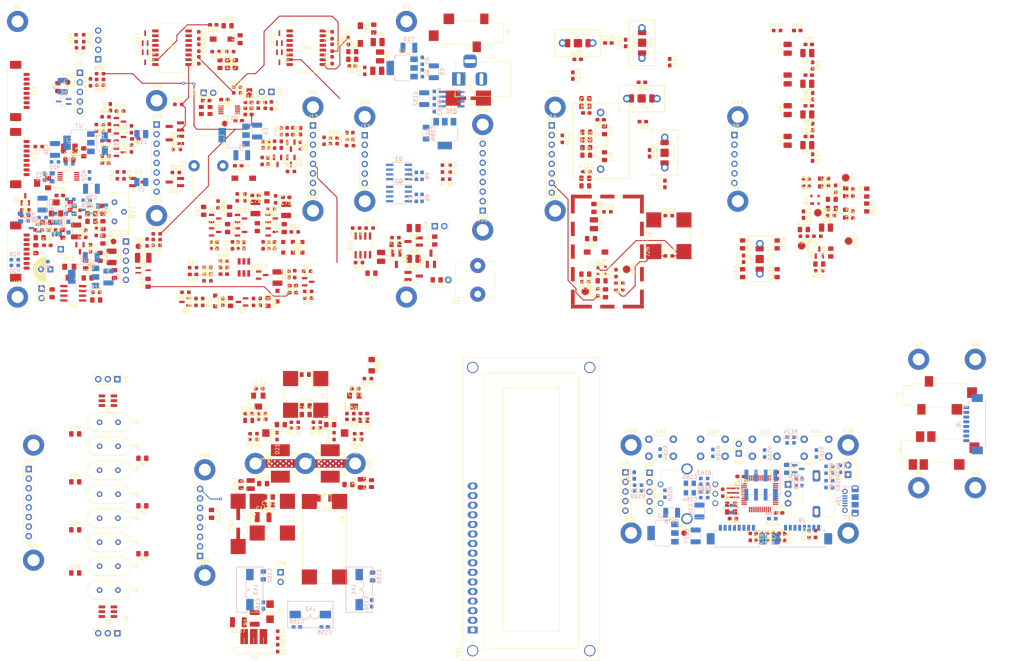
<source format=kicad_pcb>
(kicad_pcb (version 20211014) (generator pcbnew)

  (general
    (thickness 1.6)
  )

  (paper "A4")
  (layers
    (0 "F.Cu" signal)
    (31 "B.Cu" signal)
    (32 "B.Adhes" user "B.Adhesive")
    (33 "F.Adhes" user "F.Adhesive")
    (34 "B.Paste" user)
    (35 "F.Paste" user)
    (36 "B.SilkS" user "B.Silkscreen")
    (37 "F.SilkS" user "F.Silkscreen")
    (38 "B.Mask" user)
    (39 "F.Mask" user)
    (40 "Dwgs.User" user "User.Drawings")
    (41 "Cmts.User" user "User.Comments")
    (42 "Eco1.User" user "User.Eco1")
    (43 "Eco2.User" user "User.Eco2")
    (44 "Edge.Cuts" user)
    (45 "Margin" user)
    (46 "B.CrtYd" user "B.Courtyard")
    (47 "F.CrtYd" user "F.Courtyard")
    (48 "B.Fab" user)
    (49 "F.Fab" user)
    (50 "User.1" user)
    (51 "User.2" user)
    (52 "User.3" user)
    (53 "User.4" user)
    (54 "User.5" user)
    (55 "User.6" user)
    (56 "User.7" user)
    (57 "User.8" user)
    (58 "User.9" user)
  )

  (setup
    (stackup
      (layer "F.SilkS" (type "Top Silk Screen"))
      (layer "F.Paste" (type "Top Solder Paste"))
      (layer "F.Mask" (type "Top Solder Mask") (thickness 0.01))
      (layer "F.Cu" (type "copper") (thickness 0.035))
      (layer "dielectric 1" (type "core") (thickness 1.51) (material "FR4") (epsilon_r 4.5) (loss_tangent 0.02))
      (layer "B.Cu" (type "copper") (thickness 0.035))
      (layer "B.Mask" (type "Bottom Solder Mask") (thickness 0.01))
      (layer "B.Paste" (type "Bottom Solder Paste"))
      (layer "B.SilkS" (type "Bottom Silk Screen"))
      (copper_finish "None")
      (dielectric_constraints no)
    )
    (pad_to_mask_clearance 0)
    (pcbplotparams
      (layerselection 0x0000130_ffffffff)
      (disableapertmacros false)
      (usegerberextensions false)
      (usegerberattributes true)
      (usegerberadvancedattributes true)
      (creategerberjobfile true)
      (svguseinch false)
      (svgprecision 6)
      (excludeedgelayer true)
      (plotframeref false)
      (viasonmask false)
      (mode 1)
      (useauxorigin false)
      (hpglpennumber 1)
      (hpglpenspeed 20)
      (hpglpendiameter 15.000000)
      (dxfpolygonmode true)
      (dxfimperialunits true)
      (dxfusepcbnewfont true)
      (psnegative false)
      (psa4output false)
      (plotreference true)
      (plotvalue true)
      (plotinvisibletext false)
      (sketchpadsonfab false)
      (subtractmaskfromsilk false)
      (outputformat 5)
      (mirror false)
      (drillshape 0)
      (scaleselection 1)
      (outputdirectory "out")
    )
  )

  (net 0 "")
  (net 1 "+12V")
  (net 2 "GND")
  (net 3 "Net-(C2-Pad1)")
  (net 4 "Net-(C3-Pad1)")
  (net 5 "+9VA")
  (net 6 "/MIC")
  (net 7 "Net-(C6-Pad2)")
  (net 8 "+5VA")
  (net 9 "Net-(C10-Pad1)")
  (net 10 "Net-(C11-Pad1)")
  (net 11 "Net-(C11-Pad2)")
  (net 12 "Net-(C14-Pad1)")
  (net 13 "Net-(C14-Pad2)")
  (net 14 "Net-(C15-Pad1)")
  (net 15 "/BFO")
  (net 16 "Net-(C16-Pad1)")
  (net 17 "Net-(C16-Pad2)")
  (net 18 "Net-(C17-Pad1)")
  (net 19 "/Antenna Switch/TX")
  (net 20 "Net-(C18-Pad1)")
  (net 21 "Net-(C18-Pad2)")
  (net 22 "Net-(C19-Pad1)")
  (net 23 "Net-(C19-Pad2)")
  (net 24 "Net-(C20-Pad1)")
  (net 25 "Net-(C20-Pad2)")
  (net 26 "Net-(C22-Pad1)")
  (net 27 "Net-(C23-Pad1)")
  (net 28 "Net-(C23-Pad2)")
  (net 29 "Net-(C25-Pad1)")
  (net 30 "Net-(C25-Pad2)")
  (net 31 "Net-(C26-Pad1)")
  (net 32 "Net-(C27-Pad1)")
  (net 33 "Net-(C27-Pad2)")
  (net 34 "Net-(C28-Pad1)")
  (net 35 "+VRX")
  (net 36 "Net-(C31-Pad1)")
  (net 37 "Net-(C33-Pad1)")
  (net 38 "/Baseband/VAGC")
  (net 39 "Net-(C37-Pad1)")
  (net 40 "Net-(C39-Pad1)")
  (net 41 "Net-(C39-Pad2)")
  (net 42 "Net-(C40-Pad2)")
  (net 43 "Net-(C41-Pad2)")
  (net 44 "Net-(C42-Pad1)")
  (net 45 "/Baseband/SPKR_OUT")
  (net 46 "Net-(C43-Pad2)")
  (net 47 "Net-(C44-Pad2)")
  (net 48 "Net-(C45-Pad1)")
  (net 49 "Net-(C45-Pad2)")
  (net 50 "Net-(C46-Pad1)")
  (net 51 "Net-(C46-Pad2)")
  (net 52 "Net-(C47-Pad1)")
  (net 53 "Net-(C47-Pad2)")
  (net 54 "Net-(C48-Pad1)")
  (net 55 "Net-(C48-Pad2)")
  (net 56 "Net-(C49-Pad1)")
  (net 57 "Net-(C49-Pad2)")
  (net 58 "Net-(C50-Pad1)")
  (net 59 "Net-(C51-Pad2)")
  (net 60 "Net-(C52-Pad1)")
  (net 61 "Net-(C53-Pad1)")
  (net 62 "Net-(C53-Pad2)")
  (net 63 "Net-(C54-Pad2)")
  (net 64 "Net-(C55-Pad1)")
  (net 65 "Net-(C55-Pad2)")
  (net 66 "Net-(C56-Pad2)")
  (net 67 "Net-(C57-Pad2)")
  (net 68 "Net-(C58-Pad1)")
  (net 69 "Net-(C59-Pad2)")
  (net 70 "Net-(C60-Pad2)")
  (net 71 "Net-(C61-Pad1)")
  (net 72 "Net-(C62-Pad2)")
  (net 73 "Net-(C63-Pad2)")
  (net 74 "Net-(C64-Pad2)")
  (net 75 "Net-(C65-Pad1)")
  (net 76 "Net-(C65-Pad2)")
  (net 77 "Net-(C66-Pad2)")
  (net 78 "Net-(C67-Pad2)")
  (net 79 "Net-(C68-Pad1)")
  (net 80 "Net-(C69-Pad1)")
  (net 81 "Net-(C69-Pad2)")
  (net 82 "Net-(C70-Pad2)")
  (net 83 "Net-(C71-Pad2)")
  (net 84 "Net-(C72-Pad1)")
  (net 85 "Net-(C72-Pad2)")
  (net 86 "Net-(C73-Pad2)")
  (net 87 "Net-(C74-Pad2)")
  (net 88 "Net-(C75-Pad2)")
  (net 89 "Net-(C76-Pad1)")
  (net 90 "Net-(C76-Pad2)")
  (net 91 "Net-(C78-Pad1)")
  (net 92 "Net-(C80-Pad1)")
  (net 93 "Net-(C80-Pad2)")
  (net 94 "Net-(C81-Pad1)")
  (net 95 "Net-(C81-Pad2)")
  (net 96 "Net-(C82-Pad1)")
  (net 97 "Net-(C82-Pad2)")
  (net 98 "Net-(C83-Pad2)")
  (net 99 "Net-(C86-Pad1)")
  (net 100 "Net-(C86-Pad2)")
  (net 101 "Net-(C87-Pad2)")
  (net 102 "Net-(C90-Pad2)")
  (net 103 "/70MHz VHF Frontend/VHF_RX")
  (net 104 "/70MHz VHF Frontend/TX_FROM_MIX")
  (net 105 "Net-(C94-Pad2)")
  (net 106 "Net-(C96-Pad2)")
  (net 107 "Net-(C100-Pad2)")
  (net 108 "Net-(C101-Pad2)")
  (net 109 "Net-(C102-Pad2)")
  (net 110 "Net-(C103-Pad1)")
  (net 111 "Net-(C104-Pad2)")
  (net 112 "Net-(C106-Pad1)")
  (net 113 "Net-(C107-Pad2)")
  (net 114 "Net-(C108-Pad1)")
  (net 115 "Net-(C109-Pad2)")
  (net 116 "/70MHz VHF Frontend/+VTX_FE")
  (net 117 "Net-(C111-Pad2)")
  (net 118 "Net-(C112-Pad1)")
  (net 119 "Net-(C112-Pad2)")
  (net 120 "Net-(C114-Pad2)")
  (net 121 "Net-(C115-Pad2)")
  (net 122 "Net-(C118-Pad2)")
  (net 123 "Net-(C120-Pad1)")
  (net 124 "Net-(C120-Pad2)")
  (net 125 "Net-(C121-Pad1)")
  (net 126 "Net-(C125-Pad2)")
  (net 127 "Net-(C126-Pad1)")
  (net 128 "Net-(C128-Pad1)")
  (net 129 "Net-(C128-Pad2)")
  (net 130 "Net-(C129-Pad1)")
  (net 131 "/70MHz VHF Frontend/RX_TO_MIX")
  (net 132 "/70MHz VHF Frontend/VHF_TX")
  (net 133 "Net-(C136-Pad2)")
  (net 134 "VGG1")
  (net 135 "Net-(C140-Pad1)")
  (net 136 "Net-(C140-Pad2)")
  (net 137 "Net-(C143-Pad1)")
  (net 138 "Net-(C143-Pad2)")
  (net 139 "Net-(C144-Pad1)")
  (net 140 "Net-(C144-Pad2)")
  (net 141 "VGG2")
  (net 142 "Net-(C147-Pad1)")
  (net 143 "Net-(C147-Pad2)")
  (net 144 "Net-(C148-Pad1)")
  (net 145 "Net-(C148-Pad2)")
  (net 146 "/Control on separate board/GPIO_PA4")
  (net 147 "/PA 70MHz/VG_5V")
  (net 148 "Net-(C155-Pad2)")
  (net 149 "Net-(C156-Pad2)")
  (net 150 "Net-(C159-Pad2)")
  (net 151 "/Control on separate board/ENC_B")
  (net 152 "/Control on separate board/ENC_A")
  (net 153 "/Control on separate board/3.3V_UI")
  (net 154 "Net-(C169-Pad1)")
  (net 155 "Net-(C171-Pad1)")
  (net 156 "Net-(C172-Pad1)")
  (net 157 "Net-(C173-Pad2)")
  (net 158 "/Control on separate board/CW_TONE")
  (net 159 "Net-(C176-Pad1)")
  (net 160 "/Control on separate board/5V")
  (net 161 "Net-(C116-Pad1)")
  (net 162 "Net-(D5-Pad1)")
  (net 163 "Net-(D5-Pad2)")
  (net 164 "Net-(D6-Pad1)")
  (net 165 "Net-(D6-Pad2)")
  (net 166 "Net-(D7-Pad2)")
  (net 167 "Net-(D8-Pad2)")
  (net 168 "Net-(D9-Pad1)")
  (net 169 "Net-(D10-Pad3)")
  (net 170 "Net-(D10-Pad1)")
  (net 171 "Net-(D11-Pad1)")
  (net 172 "Net-(D11-Pad3)")
  (net 173 "Net-(D13-Pad2)")
  (net 174 "Net-(D14-Pad2)")
  (net 175 "Net-(D15-Pad2)")
  (net 176 "Net-(D16-Pad1)")
  (net 177 "Net-(D16-Pad2)")
  (net 178 "Net-(D16-Pad3)")
  (net 179 "Net-(D17-Pad3)")
  (net 180 "Net-(D18-Pad1)")
  (net 181 "Net-(D18-Pad2)")
  (net 182 "Net-(D18-Pad3)")
  (net 183 "Net-(D19-Pad3)")
  (net 184 "Net-(D20-Pad2)")
  (net 185 "Net-(D21-Pad2)")
  (net 186 "/Control on separate board/STATUSn")
  (net 187 "Net-(D23-Pad2)")
  (net 188 "unconnected-(DS1-Pad1)")
  (net 189 "unconnected-(DS1-Pad2)")
  (net 190 "unconnected-(DS1-Pad3)")
  (net 191 "unconnected-(DS1-Pad4)")
  (net 192 "unconnected-(DS1-Pad5)")
  (net 193 "unconnected-(DS1-Pad6)")
  (net 194 "unconnected-(DS1-Pad7)")
  (net 195 "unconnected-(DS1-Pad8)")
  (net 196 "unconnected-(DS1-Pad9)")
  (net 197 "unconnected-(DS1-Pad10)")
  (net 198 "unconnected-(DS1-Pad11)")
  (net 199 "unconnected-(DS1-Pad12)")
  (net 200 "unconnected-(DS1-Pad13)")
  (net 201 "unconnected-(DS1-Pad14)")
  (net 202 "unconnected-(DS1-Pad15)")
  (net 203 "unconnected-(DS1-Pad16)")
  (net 204 "Net-(FB1-Pad2)")
  (net 205 "unconnected-(J3-PadNC)")
  (net 206 "Net-(J3-PadR1)")
  (net 207 "unconnected-(J3-PadR2)")
  (net 208 "Net-(J3-PadS)")
  (net 209 "Net-(J3-PadT)")
  (net 210 "unconnected-(J3-PadTN)")
  (net 211 "Net-(J4-PadR)")
  (net 212 "Net-(J4-PadTN)")
  (net 213 "/CW_RING")
  (net 214 "/CW_TIP")
  (net 215 "unconnected-(J5-PadTN)")
  (net 216 "unconnected-(J6-Pad5)")
  (net 217 "Net-(J7-Pad1)")
  (net 218 "unconnected-(J7-Pad4)")
  (net 219 "/Baseband/SPKR_DET")
  (net 220 "/Control on separate board/CW_TIP")
  (net 221 "/Control on separate board/CW_RING")
  (net 222 "/Control on separate board/CW_KEYn")
  (net 223 "/Control on separate board/MIC_PTTn")
  (net 224 "/Control on separate board/EN_TX")
  (net 225 "/Control on separate board/EN_RX")
  (net 226 "/Control on separate board/S_METER")
  (net 227 "/Control on separate board/SCL")
  (net 228 "/Control on separate board/SDA")
  (net 229 "/Control on separate board/MUTE_MICn")
  (net 230 "/Control on separate board/SPKR_VOL")
  (net 231 "/Baseband/GPIO_XTAL")
  (net 232 "/EN_VRX")
  (net 233 "/EN_VTX")
  (net 234 "/MIC_PTTn")
  (net 235 "/Baseband/CW_KEYn")
  (net 236 "/Baseband/CW_TONE")
  (net 237 "Net-(Q30-Pad5)")
  (net 238 "/Baseband/SPKR_VOL")
  (net 239 "/MUTE_MICn")
  (net 240 "/SDA")
  (net 241 "/SCL")
  (net 242 "/S_METER")
  (net 243 "/Baseband/VHF_IN")
  (net 244 "/Baseband/VHF_OUT")
  (net 245 "/CLK1")
  (net 246 "Net-(J22-Pad2)")
  (net 247 "+VTX")
  (net 248 "Net-(J24-Pad2)")
  (net 249 "unconnected-(J24-Pad4)")
  (net 250 "unconnected-(J24-Pad5)")
  (net 251 "Net-(J24-Pad7)")
  (net 252 "/Control on separate board/DISP_LAT")
  (net 253 "/Control on separate board/I2C2_SDA")
  (net 254 "/Control on separate board/I2C2_SCL")
  (net 255 "/Control on separate board/PC14")
  (net 256 "/Control on separate board/PC13")
  (net 257 "Net-(C93-Pad1)")
  (net 258 "/Control on separate board/PA0")
  (net 259 "/Control on separate board/USART1_TX")
  (net 260 "/Control on separate board/USART1_RX")
  (net 261 "/Control on separate board/PB15")
  (net 262 "unconnected-(J34-Pad1)")
  (net 263 "/Control on separate board/USB_DM")
  (net 264 "/Control on separate board/USB_DP")
  (net 265 "Net-(J34-Pad4)")
  (net 266 "/Control on separate board/SWCLK")
  (net 267 "/Control on separate board/SWDIO")
  (net 268 "/Control on separate board/RESETn")
  (net 269 "/LO1")
  (net 270 "Net-(L14-Pad1)")
  (net 271 "Net-(L15-Pad1)")
  (net 272 "Net-(L19-Pad1)")
  (net 273 "Net-(L21-Pad2)")
  (net 274 "Net-(L23-Pad2)")
  (net 275 "Net-(L25-Pad2)")
  (net 276 "Net-(L39-Pad2)")
  (net 277 "Net-(L40-Pad2)")
  (net 278 "Net-(Q1-Pad1)")
  (net 279 "Net-(Q2-Pad4)")
  (net 280 "Net-(Q3-Pad4)")
  (net 281 "Net-(Q6-Pad1)")
  (net 282 "Net-(Q7-Pad1)")
  (net 283 "Net-(Q10-Pad1)")
  (net 284 "Net-(Q10-Pad2)")
  (net 285 "Net-(Q11-Pad1)")
  (net 286 "Net-(Q11-Pad3)")
  (net 287 "Net-(Q13-Pad1)")
  (net 288 "Net-(Q14-Pad2)")
  (net 289 "Net-(Q14-Pad3)")
  (net 290 "Net-(Q16-Pad2)")
  (net 291 "Net-(Q18-Pad2)")
  (net 292 "Net-(Q20-Pad1)")
  (net 293 "Net-(Q21-Pad1)")
  (net 294 "Net-(Q23-Pad1)")
  (net 295 "Net-(Q24-Pad4)")
  (net 296 "/70MHz VHF Frontend/+VRX_FE")
  (net 297 "Net-(Q30-Pad4)")
  (net 298 "Net-(R22-Pad2)")
  (net 299 "Net-(R23-Pad2)")
  (net 300 "Net-(R28-Pad2)")
  (net 301 "Net-(R31-Pad1)")
  (net 302 "Net-(R31-Pad2)")
  (net 303 "Net-(R35-Pad1)")
  (net 304 "Net-(R36-Pad1)")
  (net 305 "Net-(R93-Pad1)")
  (net 306 "Net-(R103-Pad2)")
  (net 307 "Net-(R104-Pad2)")
  (net 308 "Net-(R100-Pad1)")
  (net 309 "Net-(R101-Pad1)")
  (net 310 "Net-(R111-Pad2)")
  (net 311 "Net-(R140-Pad1)")
  (net 312 "Net-(J27-Pad1)")
  (net 313 "Net-(R157-Pad1)")
  (net 314 "Net-(R159-Pad1)")
  (net 315 "Net-(R160-Pad1)")
  (net 316 "Net-(R161-Pad2)")
  (net 317 "/Control on separate board/BTN0")
  (net 318 "/Control on separate board/BTN1")
  (net 319 "/Control on separate board/BTN2")
  (net 320 "/Control on separate board/BTN3")
  (net 321 "Net-(R168-Pad1)")
  (net 322 "/Control on separate board/ENC_BTN")
  (net 323 "/Control on separate board/XTAL1")
  (net 324 "/Control on separate board/XTAL2")
  (net 325 "/Control on separate board/PWM_CW")
  (net 326 "/Control on separate board/MUTE_SPKR")
  (net 327 "Net-(R178-Pad2)")
  (net 328 "Net-(R179-Pad2)")
  (net 329 "Net-(R180-Pad2)")
  (net 330 "/Control on separate board/BOOT0")
  (net 331 "/Control on separate board/BOOT1")
  (net 332 "unconnected-(T3-Pad2)")
  (net 333 "unconnected-(T5-Pad2)")
  (net 334 "unconnected-(TR1-Pad10)")
  (net 335 "unconnected-(TR1-Pad15)")
  (net 336 "unconnected-(TR2-Pad10)")
  (net 337 "unconnected-(TR2-Pad15)")
  (net 338 "Net-(U4-Pad3)")
  (net 339 "/+3V3_CLK")
  (net 340 "unconnected-(U11-Pad40)")
  (net 341 "Net-(D22-Pad2)")
  (net 342 "unconnected-(T4-Pad2)")
  (net 343 "/Antenna Switch/RX")
  (net 344 "/Baseband/3V3_MIC")
  (net 345 "Net-(C38-Pad1)")
  (net 346 "Net-(L22-Pad2)")
  (net 347 "Net-(L27-Pad2)")
  (net 348 "Net-(L29-Pad2)")
  (net 349 "Net-(L31-Pad2)")
  (net 350 "unconnected-(J13-Pad1)")
  (net 351 "unconnected-(J14-Pad1)")
  (net 352 "unconnected-(U11-Pad1)")
  (net 353 "Net-(C119-Pad1)")
  (net 354 "/Antenna Switch/ANT")
  (net 355 "/Antenna Switch/V_{PIN}")
  (net 356 "Net-(Q26-Pad5)")
  (net 357 "Net-(Q26-Pad7)")
  (net 358 "/TX_to_PA")
  (net 359 "/Baseband/AGC_to_METER")
  (net 360 "Net-(C136-Pad1)")
  (net 361 "/PA 70MHz/V_{DD}")
  (net 362 "Net-(C154-Pad1)")
  (net 363 "Net-(C137-Pad1)")
  (net 364 "Net-(C181-Pad2)")
  (net 365 "Net-(FB3-Pad1)")
  (net 366 "Net-(J16-Pad5)")
  (net 367 "Net-(C162-Pad2)")

  (footprint "Capacitor_SMD:C_0603_1608Metric_Pad1.08x0.95mm_HandSolder" (layer "F.Cu") (at 219.71 160.02 -90))

  (footprint "Resistor_SMD:R_0603_1608Metric_Pad0.98x0.95mm_HandSolder" (layer "F.Cu") (at 224.663 66.167 -90))

  (footprint "Crystal:Crystal_HC49-U_Vertical" (layer "F.Cu") (at 38.215 155.072))

  (footprint "Resistor_SMD:R_0603_1608Metric_Pad0.98x0.95mm_HandSolder" (layer "F.Cu") (at 81.28 128.89))

  (footprint "Resistor_SMD:R_0603_1608Metric_Pad0.98x0.95mm_HandSolder" (layer "F.Cu") (at 89.916 79.248))

  (footprint "Package_SO:MSOP-10_3x3mm_P0.5mm" (layer "F.Cu") (at 29.972 64.516))

  (footprint "Connector_Molex:Molex_PicoBlade_53261-0871_1x08-1MP_P1.25mm_Horizontal" (layer "F.Cu") (at 16.495 41.91 -90))

  (footprint "mpb:four_4mm_pads_narrow" (layer "F.Cu") (at 92.71 122.286 -90))

  (footprint "Potentiometer_SMD:Potentiometer_Bourns_3214W_Vertical" (layer "F.Cu") (at 23.114 66.294 -90))

  (footprint "Potentiometer_SMD:Potentiometer_Bourns_3214W_Vertical" (layer "F.Cu") (at 26.67 72.898 180))

  (footprint "Resistor_SMD:R_0603_1608Metric_Pad0.98x0.95mm_HandSolder" (layer "F.Cu") (at 237.744 74.676 90))

  (footprint "Capacitor_SMD:C_0603_1608Metric_Pad1.08x0.95mm_HandSolder" (layer "F.Cu") (at 183.896 58.42 -90))

  (footprint "Resistor_SMD:R_0603_1608Metric_Pad0.98x0.95mm_HandSolder" (layer "F.Cu") (at 59.0785 45.466))

  (footprint "Capacitor_SMD:C_0603_1608Metric_Pad1.08x0.95mm_HandSolder" (layer "F.Cu") (at 41.0695 46.228 90))

  (footprint "Resistor_SMD:R_0603_1608Metric_Pad0.98x0.95mm_HandSolder" (layer "F.Cu") (at 228.346 80.391 180))

  (footprint "Capacitor_SMD:C_0805_2012Metric_Pad1.18x1.45mm_HandSolder" (layer "F.Cu") (at 92.837 125.334))

  (footprint "Capacitor_SMD:C_0805_2012Metric_Pad1.18x1.45mm_HandSolder" (layer "F.Cu") (at 92.8155 127.62))

  (footprint "Diode_SMD:D_SOD-123F" (layer "F.Cu") (at 86.868 83.312 90))

  (footprint "Resistor_SMD:R_0603_1608Metric_Pad0.98x0.95mm_HandSolder" (layer "F.Cu") (at 38.354 40.386 180))

  (footprint "mpb:PLD-1.5W" (layer "F.Cu") (at 86.106 140.574))

  (footprint "Capacitor_SMD:C_0805_2012Metric_Pad1.18x1.45mm_HandSolder" (layer "F.Cu") (at 67.877 153.924 -90))

  (footprint "Capacitor_SMD:C_0805_2012Metric_Pad1.18x1.45mm_HandSolder" (layer "F.Cu") (at 208.534 82.55 -90))

  (footprint "Resistor_SMD:R_0805_2012Metric" (layer "F.Cu") (at 75.692 146.162 90))

  (footprint "Connector_BarrelJack:BarrelJack_Horizontal" (layer "F.Cu") (at 133.35 38.735 180))

  (footprint "Inductor_SMD:L_1008_2520Metric_Pad1.43x2.20mm_HandSolder" (layer "F.Cu") (at 220.472 30.734 90))

  (footprint "Connector_Molex:Molex_PicoBlade_53261-0871_1x08-1MP_P1.25mm_Horizontal" (layer "F.Cu") (at 16.495 59.69 -90))

  (footprint "Package_TO_SOT_SMD:SOT-23" (layer "F.Cu") (at 60.96 97.79 180))

  (footprint "MountingHole:MountingHole_3.2mm_M3_DIN965_Pad" (layer "F.Cu") (at 179 135.686))

  (footprint "Resistor_SMD:R_0603_1608Metric_Pad0.98x0.95mm_HandSolder" (layer "F.Cu") (at 46.6575 52.07 90))

  (footprint "Capacitor_SMD:C_0805_2012Metric_Pad1.18x1.45mm_HandSolder" (layer "F.Cu") (at 168.402 81.026 180))

  (footprint "Inductor_SMD:L_1008_2520Metric_Pad1.43x2.20mm_HandSolder" (layer "F.Cu") (at 111.8675 28.956))

  (footprint "Package_TO_SOT_SMD:SOT-23_Handsoldering" (layer "F.Cu") (at 58.166 54.864 180))

  (footprint "Capacitor_SMD:C_0603_1608Metric_Pad1.08x0.95mm_HandSolder" (layer "F.Cu") (at 40.8155 51.562 90))

  (footprint "mpb:two_4mm_pads" (layer "F.Cu") (at 135.89 43.815 -90))

  (footprint "Inductor_SMD:L_1008_2520Metric_Pad1.43x2.20mm_HandSolder" (layer "F.Cu") (at 220.472 55.118 90))

  (footprint "Capacitor_SMD:C_0805_2012Metric_Pad1.18x1.45mm_HandSolder" (layer "F.Cu") (at 82.804 97.79 -90))

  (footprint "Capacitor_SMD:C_0603_1608Metric_Pad1.08x0.95mm_HandSolder" (layer "F.Cu") (at 91.44 52.578 90))

  (footprint "Resistor_SMD:R_0603_1608Metric_Pad0.98x0.95mm_HandSolder" (layer "F.Cu") (at 39.7995 48.768))

  (footprint "Resistor_SMD:R_0603_1608Metric_Pad0.98x0.95mm_HandSolder" (layer "F.Cu") (at 203.27 148.323 -90))

  (footprint "Inductor_SMD:L_0805_2012Metric_Pad1.15x1.40mm_HandSolder" (layer "F.Cu") (at 167.132 52.832 180))

  (footprint "TestPoint:TestPoint_Pad_D2.0mm" (layer "F.Cu") (at 236.601 81.661 -90))

  (footprint "Resistor_SMD:R_0603_1608Metric_Pad0.98x0.95mm_HandSolder" (layer "F.Cu") (at 78.994 134.224 180))

  (footprint "Package_TO_SOT_SMD:SOT-323_SC-70_Handsoldering" (layer "F.Cu") (at 50.292 27.9185 90))

  (footprint "Resistor_SMD:R_0603_1608Metric_Pad0.98x0.95mm_HandSolder" (layer "F.Cu") (at 85.403 189.484 -90))

  (footprint "Resistor_SMD:R_0603_1608Metric_Pad0.98x0.95mm_HandSolder" (layer "F.Cu") (at 74.676 70.104 -90))

  (footprint "Capacitor_SMD:C_0603_1608Metric_Pad1.08x0.95mm_HandSolder" (layer "F.Cu") (at 76.454 82.804 90))

  (footprint "Potentiometer_SMD:Potentiometer_Bourns_3214W_Vertical" (layer "F.Cu") (at 105.664 124.064))

  (footprint "Capacitor_SMD:C_0805_2012Metric_Pad1.18x1.45mm_HandSolder" (layer "F.Cu") (at 241.427 68.834 90))

  (footprint "MountingHole:MountingHole_3.2mm_M3_DIN965_Pad" (layer "F.Cu") (at 94.742 73.645))

  (footprint "MountingHole:MountingHole_3.2mm_M3_DIN965_Pad" (layer "F.Cu") (at 207.264 48.768))

  (footprint "Capacitor_SMD:C_0805_2012Metric_Pad1.18x1.45mm_HandSolder" (layer "F.Cu") (at 49.555 139.197 180))

  (footprint "Capacitor_SMD:C_0805_2012Metric_Pad1.18x1.45mm_HandSolder" (layer "F.Cu") (at 72.136 34.798 -90))

  (footprint "Crystal:Crystal_HC49-U_Vertical" (layer "F.Cu") (at 43.115 129.672 180))

  (footprint "Jumper:SolderJumper-2_P1.3mm_Open_TrianglePad1.0x1.5mm" (layer "F.Cu") (at 77.8775 42.418 90))

  (footprint "Capacitor_SMD:C_0805_2012Metric_Pad1.18x1.45mm_HandSolder" (layer "F.Cu")
    (tedit 5F68FEEF) (tstamp 194497e7-e800-471d-9b3e-274872014cb8)
    (at 232.156 73.025 180)
    (descr "Capacitor SMD 0805 (2012 Metric), square (rectangular) end terminal, IPC_7351 nominal with elongated pad for handsoldering. (Body size source: IPC-SM-782 page 76, https://www.pcb-3d.com/wordpress/wp-content/uploads/ipc-sm-782a_amendment_1_and_2.pdf, https://docs.google.com/spreadsheets/d/1BsfQQcO9C6DZCsRaXUlFlo91Tg2WpOkGARC1WS5S8t0/edit?usp=sharing), generated with kicad-footprint-generator")
    (tags "capacitor handsolder")
    (property "MPN" "VJ0805A103KXJTBC")
    (property "Need_order" "0")
    (property "Sheetfile" "frontend_70.kicad_sch")
    (property "Sheetname" "70MHz VHF Frontend")
    (path "/8cbb5345-c7a6-41b7-8a2a-794c3d5f0f34/a15db44d-b1b4-42f7-a212-48e65c2cc9e3")
    (attr smd)
    (fp_text reference "C118" (at 0 -1.68) (layer "F.SilkS")
      (effects (font (size 1 1) (thickness 0.15)))
      (tstamp 0a7b7844-2e06-44b6-ae7d-5570cae074df)
    )
    (fp_text value "10nF" (at 0 1.68) (layer "F.Fab")
      (effects (font (size 1 1) (thickness 0.15)))
      (tstamp 4ce062d5-7afd-4b30-835a-8bbc67473436)
    )
    (fp_text user "${REFERENCE}" (at 0 0) (layer "F.Fab")
      (effects (font (size 0.5 0.5) (thickness 0.08)))
      (tstamp b7c32716-9bfa-4312-ad76-34dac39df3fc)
    )
    (fp_line (start -0.261252 -0.735) (end 0.261252 -0.735) (layer "F.SilkS") (width 0.12) (tstamp 644a03dc-2a8f-4143-be50-0c000f442918))
    (fp_line (start -0.261252 0.735) (end 0.261252 0.735) (layer "F.SilkS") (width 0.12) (tstamp f3f0b1aa-d8e7-439b-a220-7b8ac56418e0))
    (fp_line (start 1.88 0.98) (end -1.88 0.98) (layer "F.CrtYd") (width 0.05) (tstamp 020166d4-0efc-4511-8f33-44c6f9819ec1))
    (fp_line (start 1.88 -0.98) (end 1.88 0.98) (layer "F.CrtYd") (width 0.05) (tstamp 10de8630-7d77-4e11-bad4-e13a7d58ee89))
    (fp_line (start -1.88 0.98) (end -1.88 -0.98) (layer "F.CrtYd") (width 0.05) (tstamp 4942e6c7-afd5-4e18-a94b-e23bb712036d))
    (fp_line (start -1.88 -0.98) (end 1.88 -0.98) (layer "F.CrtYd") (width 0.05) (tstamp f02d1d18-248c-4a3b-bca4-5afceb93a146))
    (fp_line (start 1 -0.625) (end 1 0.625) (layer "F.Fab") (width 0.1) (tstamp b8490af2-fbc0-442a-af16-7e9efd9523e0))
    (fp_line (start -1 -0.625) (end 1 -0.625) (layer "F.Fab") (width 0.1) (tstamp f5178146-154b-45ed-8b19-8b7d02e56d13))
    (fp_line (start -1 0.625) (end -1 -0.625) (layer "F.Fab") (width 0.1) (tstamp f8b5ae7c-6069-4516-b7c0-a9e41082b326))
    (fp_line (start 1 0.625) (end -1 0.625) (layer "F.Fab") (width 0.1) (tstamp ff6e227d-e511-409c-9886-48f56f73d2cd))
    (pad "1" smd roundrect (at -1.0375 0 180) (size 1.175 1.45) (layers "F.Cu" "F.Paste" "F.Mask") (roundrect_rratio 0.2127659574)
      (net 2 "GND") (pintype "passive") (tstamp 477856d4-4ee0-4c6d-bf95-96f53350c05e))
 
... [1834012 chars truncated]
</source>
